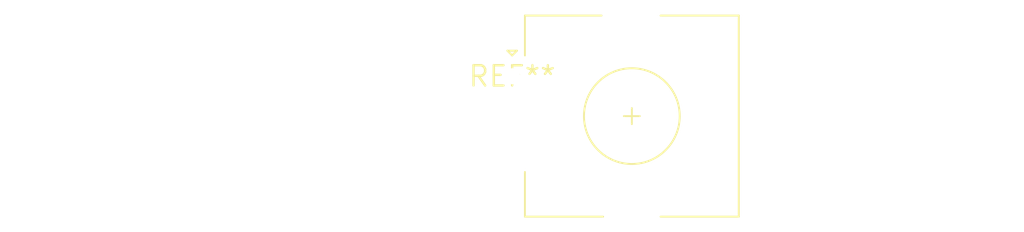
<source format=kicad_pcb>
(kicad_pcb (version 20240108) (generator pcbnew)
  (layers (0 "F.Cu" signal) (31 "B.Cu" signal) (34 "B.Paste" user) (35 "F.Paste" user) (36 "B.SilkS" user "B.Silkscreen") (37 "F.SilkS" user "F.Silkscreen") (38 "B.Mask" user) (39 "F.Mask" user) (44 "Edge.Cuts" user))
  (net 0 "")
  (footprint "RotaryEncoder_Alps_EC12E_Vertical_H20mm_CircularMountingHoles" (layer "F.Cu") (at 0 0)
    (property "Reference" "REF**")
    (property "Value" "RotaryEncoder_Alps_EC12E_Vertical_H20mm_CircularMountingHoles")
    (fp_line (start -0.3 -1.6) (end 0.3 -1.6) (layer "F.SilkS") (stroke (width 0.12)))
    (fp_line (start 0 -1.3) (end -0.3 -1.6) (layer "F.SilkS") (stroke (width 0.12)))
    (fp_line (start 0.3 -1.6) (end 0 -1.3) (layer "F.SilkS") (stroke (width 0.12)))
    (fp_line (start 0.8 -3.8) (end 0.8 -1.3) (layer "F.SilkS") (stroke (width 0.12)))
    (fp_line (start 0.8 8.8) (end 0.8 6) (layer "F.SilkS") (stroke (width 0.12)))
    (fp_line (start 5.6 -3.8) (end 0.8 -3.8) (layer "F.SilkS") (stroke (width 0.12)))
    (fp_line (start 5.7 8.8) (end 0.8 8.8) (layer "F.SilkS") (stroke (width 0.12)))
    (fp_line (start 7 2.5) (end 8 2.5) (layer "F.SilkS") (stroke (width 0.12)))
    (fp_line (start 7.5 2) (end 7.5 3) (layer "F.SilkS") (stroke (width 0.12)))
    (fp_line (start 9.3 -3.8) (end 14.2 -3.8) (layer "F.SilkS") (stroke (width 0.12)))
    (fp_line (start 14.2 -3.8) (end 14.2 8.8) (layer "F.SilkS") (stroke (width 0.12)))
    (fp_line (start 14.2 8.8) (end 9.3 8.8) (layer "F.SilkS") (stroke (width 0.12)))
    (fp_circle (center 7.5 2.5) (end 10.5 2.5) (layer "F.SilkS") (stroke (width 0.12)) (fill none))
    (pad "A" thru_hole rect (at 0 0) (size 2 2) (drill 1) (layers *.Cu *.Mask) (remove_unused_layers))
    (pad "B" thru_hole circle (at 0 5) (size 2 2) (drill 1) (layers *.Cu *.Mask) (remove_unused_layers))
    (pad "C" thru_hole circle (at 0 2.5) (size 2 2) (drill 1) (layers *.Cu *.Mask) (remove_unused_layers))
    (pad "MP" thru_hole circle (at 7.5 -3.1) (size 2.8 2.8) (drill 2.2) (layers *.Cu *.Mask) (remove_unused_layers))
    (pad "MP" thru_hole circle (at 7.5 8.1) (size 2.8 2.8) (drill 2.2) (layers *.Cu *.Mask) (remove_unused_layers))
  )
)
</source>
